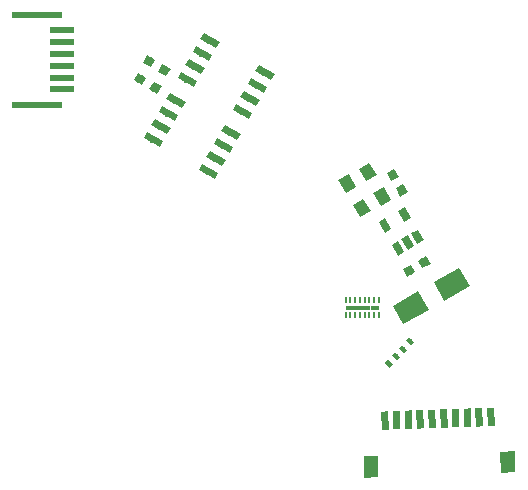
<source format=gbr>
G04 #@! TF.GenerationSoftware,KiCad,Pcbnew,(2018-01-25 revision 89a5a84af)-makepkg*
G04 #@! TF.CreationDate,2018-02-28T21:11:33+00:00*
G04 #@! TF.ProjectId,WolfDrive_encoder_renishaw_adapter,576F6C6644726976655F656E636F6465,rev?*
G04 #@! TF.SameCoordinates,Original*
G04 #@! TF.FileFunction,Paste,Top*
G04 #@! TF.FilePolarity,Positive*
%FSLAX46Y46*%
G04 Gerber Fmt 4.6, Leading zero omitted, Abs format (unit mm)*
G04 Created by KiCad (PCBNEW (2018-01-25 revision 89a5a84af)-makepkg) date Wed Feb 28 21:11:33 2018*
%MOMM*%
%LPD*%
G01*
G04 APERTURE LIST*
%ADD10C,0.600000*%
%ADD11C,0.100000*%
%ADD12C,1.200000*%
%ADD13R,2.000000X0.600000*%
%ADD14R,4.200000X0.600000*%
%ADD15C,0.750000*%
%ADD16C,0.650000*%
%ADD17C,1.800000*%
%ADD18C,1.000000*%
%ADD19R,0.700000X0.400000*%
%ADD20R,0.200000X0.500000*%
%ADD21C,0.400000*%
G04 APERTURE END LIST*
D10*
X33310124Y6454272D03*
D11*
G36*
X33037354Y5669274D02*
X32983260Y7218330D01*
X33582894Y7239270D01*
X33636988Y5690214D01*
X33037354Y5669274D01*
X33037354Y5669274D01*
G37*
D10*
X34309514Y6489171D03*
D11*
G36*
X34036744Y5704173D02*
X33982650Y7253229D01*
X34582284Y7274169D01*
X34636378Y5725113D01*
X34036744Y5704173D01*
X34036744Y5704173D01*
G37*
D10*
X35308905Y6524071D03*
D11*
G36*
X35036135Y5739073D02*
X34982041Y7288129D01*
X35581675Y7309069D01*
X35635769Y5760013D01*
X35036135Y5739073D01*
X35036135Y5739073D01*
G37*
D10*
X36308296Y6558970D03*
D11*
G36*
X36035526Y5773972D02*
X35981432Y7323028D01*
X36581066Y7343968D01*
X36635160Y5794912D01*
X36035526Y5773972D01*
X36035526Y5773972D01*
G37*
D10*
X37307687Y6593870D03*
D11*
G36*
X37034917Y5808872D02*
X36980823Y7357928D01*
X37580457Y7378868D01*
X37634551Y5829812D01*
X37034917Y5808872D01*
X37034917Y5808872D01*
G37*
D10*
X38307078Y6628769D03*
D11*
G36*
X38034308Y5843771D02*
X37980214Y7392827D01*
X38579848Y7413767D01*
X38633942Y5864711D01*
X38034308Y5843771D01*
X38034308Y5843771D01*
G37*
D10*
X39306468Y6663669D03*
D11*
G36*
X39033698Y5878671D02*
X38979604Y7427727D01*
X39579238Y7448667D01*
X39633332Y5899611D01*
X39033698Y5878671D01*
X39033698Y5878671D01*
G37*
D10*
X40305859Y6698568D03*
D11*
G36*
X40033089Y5913570D02*
X39978995Y7462626D01*
X40578629Y7483566D01*
X40632723Y5934510D01*
X40033089Y5913570D01*
X40033089Y5913570D01*
G37*
D10*
X41305250Y6733468D03*
D11*
G36*
X41032480Y5948470D02*
X40978386Y7497526D01*
X41578020Y7518466D01*
X41632114Y5969410D01*
X41032480Y5948470D01*
X41032480Y5948470D01*
G37*
D10*
X42304641Y6768367D03*
D11*
G36*
X42031871Y5983369D02*
X41977777Y7532425D01*
X42577411Y7553365D01*
X42631505Y6004309D01*
X42031871Y5983369D01*
X42031871Y5983369D01*
G37*
D12*
X32146151Y2536263D03*
D11*
G36*
X31577926Y1615872D02*
X31515107Y3414775D01*
X32714376Y3456654D01*
X32777195Y1657751D01*
X31577926Y1615872D01*
X31577926Y1615872D01*
G37*
D12*
X43739085Y2941097D03*
D11*
G36*
X43170860Y2020706D02*
X43108041Y3819609D01*
X44307310Y3861488D01*
X44370129Y2062585D01*
X43170860Y2020706D01*
X43170860Y2020706D01*
G37*
D10*
X20301478Y30842027D03*
D11*
G36*
X19480308Y30969719D02*
X19780308Y31489335D01*
X21122648Y30714335D01*
X20822648Y30194719D01*
X19480308Y30969719D01*
X19480308Y30969719D01*
G37*
D10*
X19666478Y29742175D03*
D11*
G36*
X18845308Y29869867D02*
X19145308Y30389483D01*
X20487648Y29614483D01*
X20187648Y29094867D01*
X18845308Y29869867D01*
X18845308Y29869867D01*
G37*
D10*
X19031478Y28642323D03*
D11*
G36*
X18210308Y28770015D02*
X18510308Y29289631D01*
X19852648Y28514631D01*
X19552648Y27995015D01*
X18210308Y28770015D01*
X18210308Y28770015D01*
G37*
D10*
X18396478Y27542471D03*
D11*
G36*
X17575308Y27670163D02*
X17875308Y28189779D01*
X19217648Y27414779D01*
X18917648Y26895163D01*
X17575308Y27670163D01*
X17575308Y27670163D01*
G37*
D10*
X13719940Y30242471D03*
D11*
G36*
X12898770Y30370163D02*
X13198770Y30889779D01*
X14541110Y30114779D01*
X14241110Y29595163D01*
X12898770Y30370163D01*
X12898770Y30370163D01*
G37*
D10*
X14354940Y31342323D03*
D11*
G36*
X13533770Y31470015D02*
X13833770Y31989631D01*
X15176110Y31214631D01*
X14876110Y30695015D01*
X13533770Y31470015D01*
X13533770Y31470015D01*
G37*
D10*
X14989940Y32442175D03*
D11*
G36*
X14168770Y32569867D02*
X14468770Y33089483D01*
X15811110Y32314483D01*
X15511110Y31794867D01*
X14168770Y32569867D01*
X14168770Y32569867D01*
G37*
D10*
X15624940Y33542027D03*
D11*
G36*
X14803770Y33669719D02*
X15103770Y34189335D01*
X16446110Y33414335D01*
X16146110Y32894719D01*
X14803770Y33669719D01*
X14803770Y33669719D01*
G37*
D13*
X6000000Y39500000D03*
D14*
X3900000Y33200000D03*
X3900000Y40800000D03*
D13*
X6000000Y38500000D03*
X6000000Y37500000D03*
X6000000Y36500000D03*
X6000000Y35500000D03*
X6000000Y34500000D03*
D15*
X36649519Y19875000D03*
D11*
G36*
X36490609Y19350240D02*
X36115609Y19999760D01*
X36808429Y20399760D01*
X37183429Y19750240D01*
X36490609Y19350240D01*
X36490609Y19350240D01*
G37*
D15*
X35350481Y19125000D03*
D11*
G36*
X35191571Y18600240D02*
X34816571Y19249760D01*
X35509391Y19649760D01*
X35884391Y19000240D01*
X35191571Y18600240D01*
X35191571Y18600240D01*
G37*
D15*
X34752334Y25950670D03*
D11*
G36*
X35277094Y25791760D02*
X34627574Y25416760D01*
X34227574Y26109580D01*
X34877094Y26484580D01*
X35277094Y25791760D01*
X35277094Y25791760D01*
G37*
D15*
X34002334Y27249708D03*
D11*
G36*
X34527094Y27090798D02*
X33877574Y26715798D01*
X33477574Y27408618D01*
X34127094Y27783618D01*
X34527094Y27090798D01*
X34527094Y27090798D01*
G37*
D15*
X13899519Y34625000D03*
D11*
G36*
X13365609Y34500240D02*
X13740609Y35149760D01*
X14433429Y34749760D01*
X14058429Y34100240D01*
X13365609Y34500240D01*
X13365609Y34500240D01*
G37*
D15*
X12600481Y35375000D03*
D11*
G36*
X12066571Y35250240D02*
X12441571Y35899760D01*
X13134391Y35499760D01*
X12759391Y34850240D01*
X12066571Y35250240D01*
X12066571Y35250240D01*
G37*
D10*
X21274080Y32618109D03*
D11*
G36*
X22095250Y32490417D02*
X21795250Y31970801D01*
X20452910Y32745801D01*
X20752910Y33265417D01*
X22095250Y32490417D01*
X22095250Y32490417D01*
G37*
D10*
X21909080Y33717961D03*
D11*
G36*
X22730250Y33590269D02*
X22430250Y33070653D01*
X21087910Y33845653D01*
X21387910Y34365269D01*
X22730250Y33590269D01*
X22730250Y33590269D01*
G37*
D10*
X22544080Y34817813D03*
D11*
G36*
X23365250Y34690121D02*
X23065250Y34170505D01*
X21722910Y34945505D01*
X22022910Y35465121D01*
X23365250Y34690121D01*
X23365250Y34690121D01*
G37*
D10*
X23179080Y35917665D03*
D11*
G36*
X24000250Y35789973D02*
X23700250Y35270357D01*
X22357910Y36045357D01*
X22657910Y36564973D01*
X24000250Y35789973D01*
X24000250Y35789973D01*
G37*
D10*
X18502542Y38617665D03*
D11*
G36*
X19323712Y38489973D02*
X19023712Y37970357D01*
X17681372Y38745357D01*
X17981372Y39264973D01*
X19323712Y38489973D01*
X19323712Y38489973D01*
G37*
D10*
X17867542Y37517813D03*
D11*
G36*
X18688712Y37390121D02*
X18388712Y36870505D01*
X17046372Y37645505D01*
X17346372Y38165121D01*
X18688712Y37390121D01*
X18688712Y37390121D01*
G37*
D10*
X17232542Y36417961D03*
D11*
G36*
X18053712Y36290269D02*
X17753712Y35770653D01*
X16411372Y36545653D01*
X16711372Y37065269D01*
X18053712Y36290269D01*
X18053712Y36290269D01*
G37*
D10*
X16597542Y35318109D03*
D11*
G36*
X17418712Y35190417D02*
X17118712Y34670801D01*
X15776372Y35445801D01*
X16076372Y35965417D01*
X17418712Y35190417D01*
X17418712Y35190417D01*
G37*
D16*
X34432776Y21050035D03*
D11*
G36*
X34979234Y20753542D02*
X34416318Y20428542D01*
X33886318Y21346528D01*
X34449234Y21671528D01*
X34979234Y20753542D01*
X34979234Y20753542D01*
G37*
D16*
X35255499Y21525036D03*
D11*
G36*
X35801957Y21228543D02*
X35239041Y20903543D01*
X34709041Y21821529D01*
X35271957Y22146529D01*
X35801957Y21228543D01*
X35801957Y21228543D01*
G37*
D16*
X36078225Y22000036D03*
D11*
G36*
X36624683Y21703543D02*
X36061767Y21378543D01*
X35531767Y22296529D01*
X36094683Y22621529D01*
X36624683Y21703543D01*
X36624683Y21703543D01*
G37*
D16*
X34978224Y23905291D03*
D11*
G36*
X35524682Y23608798D02*
X34961766Y23283798D01*
X34431766Y24201784D01*
X34994682Y24526784D01*
X35524682Y23608798D01*
X35524682Y23608798D01*
G37*
D16*
X33332775Y22955290D03*
D11*
G36*
X33879233Y22658797D02*
X33316317Y22333797D01*
X32786317Y23251783D01*
X33349233Y23576783D01*
X33879233Y22658797D01*
X33879233Y22658797D01*
G37*
D17*
X35517948Y16000000D03*
D11*
G36*
X34885416Y14595577D02*
X33985416Y16154423D01*
X36150480Y17404423D01*
X37050480Y15845577D01*
X34885416Y14595577D01*
X34885416Y14595577D01*
G37*
D17*
X38982052Y18000000D03*
D11*
G36*
X38349520Y16595577D02*
X37449520Y18154423D01*
X39614584Y19404423D01*
X40514584Y17845577D01*
X38349520Y16595577D01*
X38349520Y16595577D01*
G37*
D18*
X31364598Y24452539D03*
D11*
G36*
X31244085Y23661273D02*
X30619085Y24743805D01*
X31485111Y25243805D01*
X32110111Y24161273D01*
X31244085Y23661273D01*
X31244085Y23661273D01*
G37*
D18*
X33096648Y25452539D03*
D11*
G36*
X32976135Y24661273D02*
X32351135Y25743805D01*
X33217161Y26243805D01*
X33842161Y25161273D01*
X32976135Y24661273D01*
X32976135Y24661273D01*
G37*
D15*
X13350481Y36875000D03*
D11*
G36*
X12816571Y36750240D02*
X13191571Y37399760D01*
X13884391Y36999760D01*
X13509391Y36350240D01*
X12816571Y36750240D01*
X12816571Y36750240D01*
G37*
D15*
X14649519Y36125000D03*
D11*
G36*
X14115609Y36000240D02*
X14490609Y36649760D01*
X15183429Y36249760D01*
X14808429Y35600240D01*
X14115609Y36000240D01*
X14115609Y36000240D01*
G37*
D18*
X30133975Y26500000D03*
D11*
G36*
X30013462Y25708734D02*
X29388462Y26791266D01*
X30254488Y27291266D01*
X30879488Y26208734D01*
X30013462Y25708734D01*
X30013462Y25708734D01*
G37*
D18*
X31866025Y27500000D03*
D11*
G36*
X31745512Y26708734D02*
X31120512Y27791266D01*
X31986538Y28291266D01*
X32611538Y27208734D01*
X31745512Y26708734D01*
X31745512Y26708734D01*
G37*
D19*
X30350000Y16000000D03*
X31050000Y16000000D03*
X31750000Y16000000D03*
X32450000Y16000000D03*
D20*
X32400000Y15375000D03*
X32000000Y15375000D03*
X31600000Y15375000D03*
X32800000Y15375000D03*
X30400000Y15375000D03*
X30000000Y15375000D03*
X30800000Y15375000D03*
X31200000Y15375000D03*
X30000000Y16625000D03*
X30400000Y16625000D03*
X31200000Y16625000D03*
X30800000Y16625000D03*
X31600000Y16625000D03*
X32400000Y16625000D03*
X32800000Y16625000D03*
X32000000Y16625000D03*
D21*
X33643101Y11270891D03*
D11*
G36*
X33560095Y11621761D02*
X33998907Y11212562D01*
X33726107Y10920021D01*
X33287295Y11329220D01*
X33560095Y11621761D01*
X33560095Y11621761D01*
G37*
D21*
X34256899Y11929109D03*
D11*
G36*
X34173893Y12279979D02*
X34612705Y11870780D01*
X34339905Y11578239D01*
X33901093Y11987438D01*
X34173893Y12279979D01*
X34173893Y12279979D01*
G37*
D21*
X35468198Y13168198D03*
D11*
G36*
X35397487Y13521751D02*
X35821751Y13097487D01*
X35538909Y12814645D01*
X35114645Y13238909D01*
X35397487Y13521751D01*
X35397487Y13521751D01*
G37*
D21*
X34831802Y12531802D03*
D11*
G36*
X34761091Y12885355D02*
X35185355Y12461091D01*
X34902513Y12178249D01*
X34478249Y12602513D01*
X34761091Y12885355D01*
X34761091Y12885355D01*
G37*
M02*

</source>
